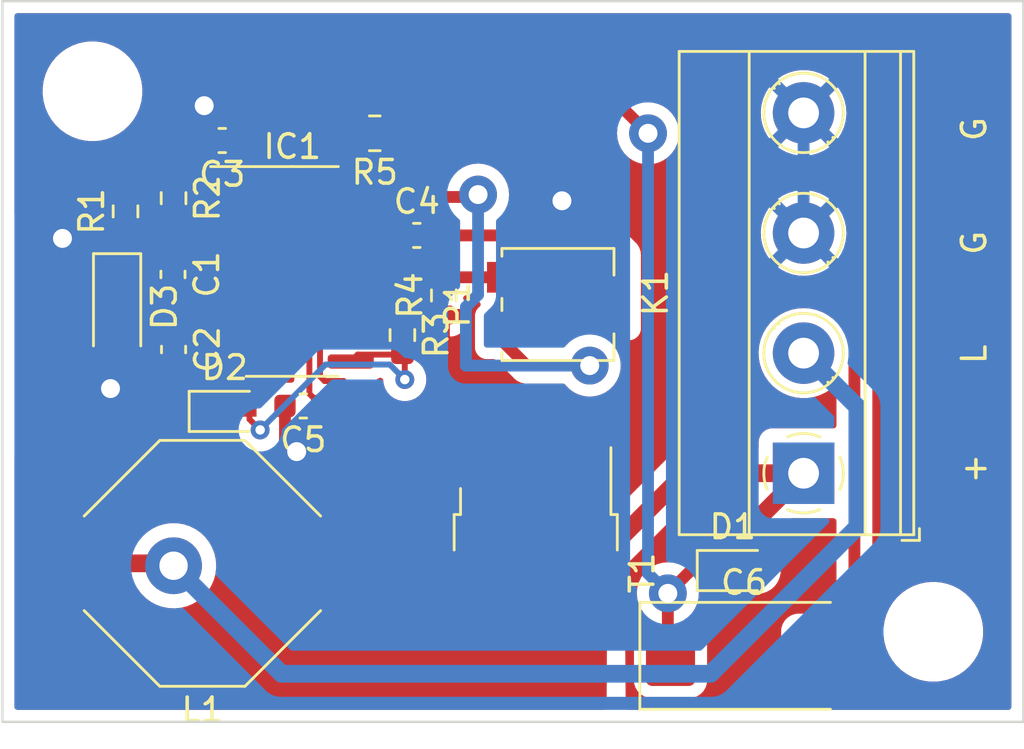
<source format=kicad_pcb>
(kicad_pcb (version 20211014) (generator pcbnew)
  (layers (0 "F.Cu" signal) (31 "B.Cu" signal) (34 "B.Paste" user) (35 "F.Paste" user) (36 "B.SilkS" user "B.Silkscreen") (37 "F.SilkS" user "F.Silkscreen") (38 "B.Mask" user) (39 "F.Mask" user) (44 "Edge.Cuts" user))
  (net 0 "")
  (net 1 "GND")
  (net 2 "Net-(C2-Pad1)")
  (net 3 "Net-(C3-Pad1)")
  (net 4 "Net-(C4-Pad1)")
  (net 5 "Net-(C6-Pad1)")
  (net 6 "Net-(D1-Pad2)")
  (net 7 "Net-(D2-Pad1)")
  (net 8 "Net-(D2-Pad2)")
  (net 9 "Net-(R1-Pad2)")
  (net 10 "Net-(T1-Pad1)")
  (net 11 "Net-(K1-Pad2)")
  (net 12 "Net-(L1-Pad1)")
  (net 13 "Net-(R4-Pad2)")
  (net 14 "Net-(C5-Pad1)")
  (net 15 "Posrail")
  (footprint "Inductor_SMD:L_Bourns-SRU1028_10.0x10.0mm" (layer "F.Cu") (at 187.5282 75.8444 180)
    (fp_text reference "L1" (at 0 -6.2) (layer "F.SilkS"))
    (fp_text value "3uh")
    (fp_line (start -1.8 -5.2) (end 1.8 -5.2) (layer "F.SilkS") (width 0.12))
    (fp_line (start -1.8 -5.2) (end -5 -2) (layer "F.SilkS") (width 0.12))
    (fp_line (start -1.8 5.2) (end -5 2) (layer "F.SilkS") (width 0.12))
    (fp_line (start 1.8 -5.2) (end 5 -2) (layer "F.SilkS") (width 0.12))
    (fp_line (start 1.8 5.2) (end -1.8 5.2) (layer "F.SilkS") (width 0.12))
    (fp_line (start 1.8 5.2) (end 5 2) (layer "F.SilkS") (width 0.12))
    (pad "1" smd rect (at -4.5 0 180) (size 1.8 3.6) (layers "F.Cu" "F.Paste" "F.Mask") (net 12 "Net-(L1-Pad1)"))
    (pad "2" smd rect (at 4.5 0 180) (size 1.8 3.6) (layers "F.Cu" "F.Paste" "F.Mask") (net 11 "Net-(K1-Pad2)"))
  )
  (footprint "Capacitor_SMD:C_0603_1608Metric" (layer "F.Cu") (at 188.3664 57.9628 180)
    (fp_text reference "C3" (at 0 -1.43) (layer "F.SilkS"))
    (fp_text value "10nf")
    (fp_line (start -0.14058 0.51) (end 0.14058 0.51) (layer "F.SilkS") (width 0.12))
    (fp_line (start -0.14058 -0.51) (end 0.14058 -0.51) (layer "F.SilkS") (width 0.12))
    (pad "1" smd roundrect (at -0.775 0 180) (size 0.9 0.95) (layers "F.Cu" "F.Paste" "F.Mask") (net 3 "Net-(C3-Pad1)"))
    (pad "2" smd roundrect (at 0.775 0 180) (size 0.9 0.95) (layers "F.Cu" "F.Paste" "F.Mask") (net 1 "GND"))
  )
  (footprint "Resistor_SMD:R_0603_1608Metric" (layer "F.Cu") (at 195.9864 66.1924 -90)
    (fp_text reference "R3" (at 0 -1.43 90) (layer "F.SilkS"))
    (fp_text value "470K")
    (fp_line (start -0.237258 0.5225) (end 0.237258 0.5225) (layer "F.SilkS") (width 0.12))
    (fp_line (start -0.237258 -0.5225) (end 0.237258 -0.5225) (layer "F.SilkS") (width 0.12))
    (pad "1" smd roundrect (at -0.825 0 270) (size 0.8 0.95) (layers "F.Cu" "F.Paste" "F.Mask") (net 15 "Posrail"))
    (pad "2" smd roundrect (at 0.825 0 270) (size 0.8 0.95) (layers "F.Cu" "F.Paste" "F.Mask") (net 8 "Net-(D2-Pad2)"))
  )
  (footprint "MountingHole:MountingHole_3.2mm_M3" (layer "F.Cu") (at 182.88 55.88)
    (fp_text reference "REF**" hide)
    (fp_text value "MountingHole_3.2mm_M3" hide)
    (pad "" np_thru_hole circle (at 0 0) (size 3.2 3.2) (drill 3.2) (layers *.Cu *.Mask))
  )
  (footprint "Potentiometer_SMD:Potentiometer_Bourns_3314J_Vertical" (layer "F.Cu") (at 202.565 64.897 90)
    (fp_text reference "P1" (at 0 -4.25 90) (layer "F.SilkS"))
    (fp_text value "1M")
    (fp_line (start -2.37 -2.37) (end -2.039 -2.37) (layer "F.SilkS") (width 0.12))
    (fp_line (start -2.37 -2.37) (end -2.37 2.37) (layer "F.SilkS") (width 0.12))
    (fp_line (start 2.04 -2.37) (end 2.37 -2.37) (layer "F.SilkS") (width 0.12))
    (fp_line (start 1.24 2.37) (end 2.37 2.37) (layer "F.SilkS") (width 0.12))
    (fp_line (start 2.37 -2.37) (end 2.37 2.37) (layer "F.SilkS") (width 0.12))
    (fp_line (start -2.37 2.37) (end -1.24 2.37) (layer "F.SilkS") (width 0.12))
    (fp_line (start -0.259 -2.37) (end 0.26 -2.37) (layer "F.SilkS") (width 0.12))
    (pad "1" smd rect (at 1.15 -2 90) (size 1.3 2) (layers "F.Cu" "F.Paste" "F.Mask") (net 13 "Net-(R4-Pad2)"))
    (pad "2" smd rect (at 0 2 90) (size 2 2) (layers "F.Cu" "F.Paste" "F.Mask") (net 13 "Net-(R4-Pad2)"))
    (pad "3" smd rect (at -1.15 -2 90) (size 1.3 2) (layers "F.Cu" "F.Paste" "F.Mask") (net 4 "Net-(C4-Pad1)"))
  )
  (footprint "Diode_SMD:D_SOD-323" (layer "F.Cu") (at 188.468 69.4182)
    (fp_text reference "D2" (at 0 -1.85) (layer "F.SilkS"))
    (fp_text value "1N4148")
    (fp_line (start -1.5 -0.85) (end 1.05 -0.85) (layer "F.SilkS") (width 0.12))
    (fp_line (start -1.5 -0.85) (end -1.5 0.85) (layer "F.SilkS") (width 0.12))
    (fp_line (start -1.5 0.85) (end 1.05 0.85) (layer "F.SilkS") (width 0.12))
    (pad "1" smd rect (at -1.05 0) (size 0.6 0.45) (layers "F.Cu" "F.Paste" "F.Mask") (net 7 "Net-(D2-Pad1)"))
    (pad "2" smd rect (at 1.05 0) (size 0.6 0.45) (layers "F.Cu" "F.Paste" "F.Mask") (net 8 "Net-(D2-Pad2)"))
  )
  (footprint "Capacitor_Tantalum_SMD:CP_EIA-7343-31_Kemet-D" (layer "F.Cu") (at 210.439 79.756)
    (fp_text reference "C6" (at 0 -3.1) (layer "F.SilkS"))
    (fp_text value "100uf 25v")
    (fp_line (start -4.41 -2.26) (end -4.41 2.26) (layer "F.SilkS") (width 0.12))
    (fp_line (start -4.41 2.26) (end 3.65 2.26) (layer "F.SilkS") (width 0.12))
    (fp_line (start 3.65 -2.26) (end -4.41 -2.26) (layer "F.SilkS") (width 0.12))
    (pad "1" smd roundrect (at -3.1125 0) (size 2.075 2.55) (layers "F.Cu" "F.Paste" "F.Mask") (roundrect_rratio 0.120482) (net 5 "Net-(C6-Pad1)"))
    (pad "2" smd roundrect (at 3.1125 0) (size 2.075 2.55) (layers "F.Cu" "F.Paste" "F.Mask") (roundrect_rratio 0.120482) (net 1 "GND"))
  )
  (footprint "Package_TO_SOT_SMD:TO-252-3_TabPin2" (layer "F.Cu") (at 201.6252 76.2508 -90)
    (fp_text reference "T1" (at 0 -4.5 90) (layer "F.SilkS"))
    (fp_text value "MCU80N03A")
    (fp_line (start -2.47 -3.45) (end -2.47 -3.18) (layer "F.SilkS") (width 0.12))
    (fp_line (start -2.47 3.45) (end -2.47 3.18) (layer "F.SilkS") (width 0.12))
    (fp_line (start -2.47 -3.18) (end -5.3 -3.18) (layer "F.SilkS") (width 0.12))
    (fp_line (start -0.97 -3.45) (end -2.47 -3.45) (layer "F.SilkS") (width 0.12))
    (fp_line (start -2.47 3.18) (end -3.57 3.18) (layer "F.SilkS") (width 0.12))
    (fp_line (start -0.97 3.45) (end -2.47 3.45) (layer "F.SilkS") (width 0.12))
    (pad "1" smd rect (at -4.2 -2.28 270) (size 2.2 1.2) (layers "F.Cu" "F.Paste" "F.Mask") (net 10 "Net-(T1-Pad1)"))
    (pad "2" smd rect (at -4.2 0 270) (size 2.2 1.2) (layers "F.Cu" "F.Paste" "F.Mask") (net 6 "Net-(D1-Pad2)"))
    (pad "2" smd rect (at 2.1 0 270) (size 6.4 5.8) (layers "F.Cu" "F.Mask") (net 6 "Net-(D1-Pad2)"))
    (pad "3" smd rect (at -4.2 2.28 270) (size 2.2 1.2) (layers "F.Cu" "F.Paste" "F.Mask") (net 12 "Net-(L1-Pad1)"))
  )
  (footprint "Capacitor_SMD:C_0603_1608Metric" (layer "F.Cu") (at 186.309 66.802 -90)
    (fp_text reference "C2" (at 0 -1.43 90) (layer "F.SilkS"))
    (fp_text value "6.8nf")
    (fp_line (start -0.14058 -0.51) (end 0.14058 -0.51) (layer "F.SilkS") (width 0.12))
    (fp_line (start -0.14058 0.51) (end 0.14058 0.51) (layer "F.SilkS") (width 0.12))
    (pad "1" smd roundrect (at -0.775 0 270) (size 0.9 0.95) (layers "F.Cu" "F.Paste" "F.Mask") (net 2 "Net-(C2-Pad1)"))
    (pad "2" smd roundrect (at 0.775 0 270) (size 0.9 0.95) (layers "F.Cu" "F.Paste" "F.Mask") (net 1 "GND"))
  )
  (footprint "Resistor_SMD:R_0603_1608Metric" (layer "F.Cu") (at 186.309 60.4012 -90)
    (fp_text reference "R2" (at 0 -1.43 90) (layer "F.SilkS"))
    (fp_text value "47K")
    (fp_line (start -0.237258 -0.5225) (end 0.237258 -0.5225) (layer "F.SilkS") (width 0.12))
    (fp_line (start -0.237258 0.5225) (end 0.237258 0.5225) (layer "F.SilkS") (width 0.12))
    (pad "1" smd roundrect (at -0.825 0 270) (size 0.8 0.95) (layers "F.Cu" "F.Paste" "F.Mask") (net 9 "Net-(R1-Pad2)"))
    (pad "2" smd roundrect (at 0.825 0 270) (size 0.8 0.95) (layers "F.Cu" "F.Paste" "F.Mask") (net 2 "Net-(C2-Pad1)"))
  )
  (footprint "Capacitor_SMD:C_0603_1608Metric" (layer "F.Cu") (at 186.2836 63.627 -90)
    (fp_text reference "C1" (at 0 -1.43 90) (layer "F.SilkS"))
    (fp_text value "10nf")
    (fp_line (start -0.14058 -0.51) (end 0.14058 -0.51) (layer "F.SilkS") (width 0.12))
    (fp_line (start -0.14058 0.51) (end 0.14058 0.51) (layer "F.SilkS") (width 0.12))
    (pad "1" smd roundrect (at -0.775 0 270) (size 0.9 0.95) (layers "F.Cu" "F.Paste" "F.Mask") (net 15 "Posrail"))
    (pad "2" smd roundrect (at 0.775 0 270) (size 0.9 0.95) (layers "F.Cu" "F.Paste" "F.Mask") (net 1 "GND"))
  )
  (footprint "Capacitor_SMD:C_0603_1608Metric" (layer "F.Cu") (at 191.7954 69.1896 180)
    (fp_text reference "C5" (at 0 -1.43) (layer "F.SilkS"))
    (fp_text value "10nf")
    (fp_line (start -0.14058 0.51) (end 0.14058 0.51) (layer "F.SilkS") (width 0.12))
    (fp_line (start -0.14058 -0.51) (end 0.14058 -0.51) (layer "F.SilkS") (width 0.12))
    (pad "1" smd roundrect (at -0.775 0 180) (size 0.9 0.95) (layers "F.Cu" "F.Paste" "F.Mask") (net 14 "Net-(C5-Pad1)"))
    (pad "2" smd roundrect (at 0.775 0 180) (size 0.9 0.95) (layers "F.Cu" "F.Paste" "F.Mask") (net 1 "GND"))
  )
  (footprint "Resistor_SMD:R_0805_2012Metric" (layer "F.Cu") (at 194.818 57.658 180)
    (fp_text reference "R5" (at 0 -1.65) (layer "F.SilkS"))
    (fp_text value "100")
    (fp_line (start -0.227064 -0.735) (end 0.227064 -0.735) (layer "F.SilkS") (width 0.12))
    (fp_line (start -0.227064 0.735) (end 0.227064 0.735) (layer "F.SilkS") (width 0.12))
    (pad "1" smd roundrect (at -0.9125 0 180) (size 1.025 1.4) (layers "F.Cu" "F.Paste" "F.Mask") (roundrect_rratio 0.243902) (net 15 "Posrail"))
    (pad "2" smd roundrect (at 0.9125 0 180) (size 1.025 1.4) (layers "F.Cu" "F.Paste" "F.Mask") (roundrect_rratio 0.243902) (net 5 "Net-(C6-Pad1)"))
  )
  (footprint "Package_SO:SOIC-14_3.9x8.7mm_P1.27mm" (layer "F.Cu") (at 191.327 63.5)
    (fp_text reference "IC1" (at 0 -5.28) (layer "F.SilkS"))
    (fp_text value "NE556")
    (fp_line (start 0 4.435) (end -1.95 4.435) (layer "F.SilkS") (width 0.12))
    (fp_line (start 0 -4.435) (end 1.95 -4.435) (layer "F.SilkS") (width 0.12))
    (fp_line (start 0 -4.435) (end -3.45 -4.435) (layer "F.SilkS") (width 0.12))
    (fp_line (start 0 4.435) (end 1.95 4.435) (layer "F.SilkS") (width 0.12))
    (pad "1" smd roundrect (at -2.475 -3.81) (size 1.95 0.6) (layers "F.Cu" "F.Paste" "F.Mask") (net 9 "Net-(R1-Pad2)"))
    (pad "2" smd roundrect (at -2.475 -2.54) (size 1.95 0.6) (layers "F.Cu" "F.Paste" "F.Mask") (net 2 "Net-(C2-Pad1)"))
    (pad "3" smd roundrect (at -2.475 -1.27) (size 1.95 0.6) (layers "F.Cu" "F.Paste" "F.Mask") (net 3 "Net-(C3-Pad1)"))
    (pad "4" smd roundrect (at -2.475 0) (size 1.95 0.6) (layers "F.Cu" "F.Paste" "F.Mask") (net 15 "Posrail"))
    (pad "5" smd roundrect (at -2.475 1.27) (size 1.95 0.6) (layers "F.Cu" "F.Paste" "F.Mask") (net 7 "Net-(D2-Pad1)"))
    (pad "6" smd roundrect (at -2.475 2.54) (size 1.95 0.6) (layers "F.Cu" "F.Paste" "F.Mask") (net 2 "Net-(C2-Pad1)"))
    (pad "7" smd roundrect (at -2.475 3.81) (size 1.95 0.6) (layers "F.Cu" "F.Paste" "F.Mask") (net 1 "GND"))
    (pad "8" smd roundrect (at 2.475 3.81) (size 1.95 0.6) (layers "F.Cu" "F.Paste" "F.Mask") (net 8 "Net-(D2-Pad2)"))
    (pad "9" smd roundrect (at 2.475 2.54) (size 1.95 0.6) (layers "F.Cu" "F.Paste" "F.Mask") (net 10 "Net-(T1-Pad1)"))
    (pad "10" smd roundrect (at 2.475 1.27) (size 1.95 0.6) (layers "F.Cu" "F.Paste" "F.Mask") (net 15 "Posrail"))
    (pad "11" smd roundrect (at 2.475 0) (size 1.95 0.6) (layers "F.Cu" "F.Paste" "F.Mask") (net 14 "Net-(C5-Pad1)"))
    (pad "12" smd roundrect (at 2.475 -1.27) (size 1.95 0.6) (layers "F.Cu" "F.Paste" "F.Mask") (net 4 "Net-(C4-Pad1)"))
    (pad "13" smd roundrect (at 2.475 -2.54) (size 1.95 0.6) (layers "F.Cu" "F.Paste" "F.Mask") (net 4 "Net-(C4-Pad1)"))
    (pad "14" smd roundrect (at 2.475 -3.81) (size 1.95 0.6) (layers "F.Cu" "F.Paste" "F.Mask") (net 5 "Net-(C6-Pad1)"))
  )
  (footprint "MountingHole:MountingHole_3.2mm_M3" (layer "F.Cu") (at 218.44 78.74)
    (fp_text reference "REF**" hide)
    (fp_text value "MountingHole_3.2mm_M3" hide)
    (pad "" np_thru_hole circle (at 0 0) (size 3.2 3.2) (drill 3.2) (layers *.Cu *.Mask))
  )
  (footprint "Diode_SMD:D_SOD-123" (layer "F.Cu") (at 183.9214 64.9986 -90)
    (fp_text reference "D3" (at 0 -2 90) (layer "F.SilkS"))
    (fp_text value "15V")
    (fp_line (start -2.25 1) (end 1.65 1) (layer "F.SilkS") (width 0.12))
    (fp_line (start -2.25 -1) (end -2.25 1) (layer "F.SilkS") (width 0.12))
    (fp_line (start -2.25 -1) (end 1.65 -1) (layer "F.SilkS") (width 0.12))
    (pad "1" smd rect (at -1.65 0 270) (size 0.9 1.2) (layers "F.Cu" "F.Paste" "F.Mask") (net 15 "Posrail"))
    (pad "2" smd rect (at 1.65 0 270) (size 0.9 1.2) (layers "F.Cu" "F.Paste" "F.Mask") (net 1 "GND"))
  )
  (footprint "Resistor_SMD:R_0603_1608Metric" (layer "F.Cu") (at 184.277 60.96 90)
    (fp_text reference "R1" (at 0 -1.43 90) (layer "F.SilkS"))
    (fp_text value "1M")
    (fp_line (start -0.237258 -0.5225) (end 0.237258 -0.5225) (layer "F.SilkS") (width 0.12))
    (fp_line (start -0.237258 0.5225) (end 0.237258 0.5225) (layer "F.SilkS") (width 0.12))
    (pad "1" smd roundrect (at -0.825 0 90) (size 0.8 0.95) (layers "F.Cu" "F.Paste" "F.Mask") (net 15 "Posrail"))
    (pad "2" smd roundrect (at 0.825 0 90) (size 0.8 0.95) (layers "F.Cu" "F.Paste" "F.Mask") (net 9 "Net-(R1-Pad2)"))
  )
  (footprint "TerminalBlock_Phoenix:TerminalBlock_Phoenix_MKDS-1,5-4-5.08_1x04_P5.08mm_Horizontal" (layer "F.Cu") (at 212.9536 72.0344 90)
    (fp_text reference "K1" (at 7.62 -6.26 90) (layer "F.SilkS"))
    (fp_text value "+     L     G     G" (at 7.3152 7.2136 90) (layer "F.SilkS"))
    (fp_line (start 16.515 -1.069) (end 16.468 -1.023) (layer "F.SilkS") (width 0.12))
    (fp_line (start -2.6 -5.261) (end 17.84 -5.261) (layer "F.SilkS") (width 0.12))
    (fp_line (start -2.6 -5.261) (end -2.6 4.66) (layer "F.SilkS") (width 0.12))
    (fp_line (start -2.6 4.1) (end 17.84 4.1) (layer "F.SilkS") (width 0.12))
    (fp_line (start 14.206 1.239) (end 14.171 1.274) (layer "F.SilkS") (width 0.12))
    (fp_line (start 9.126 1.239) (end 9.091 1.274) (layer "F.SilkS") (width 0.12))
    (fp_line (start 6.355 -1.069) (end 6.308 -1.023) (layer "F.SilkS") (width 0.12))
    (fp_line (start 8.933 1.023) (end 8.886 1.069) (layer "F.SilkS") (width 0.12))
    (fp_line (start 3.853 1.023) (end 3.806 1.069) (layer "F.SilkS") (width 0.12))
    (fp_line (start -2.6 -2.301) (end 17.84 -2.301) (layer "F.SilkS") (width 0.12))
    (fp_line (start -2.84 4.9) (end -2.34 4.9) (layer "F.SilkS") (width 0.12))
    (fp_line (start 11.23 -1.275) (end 11.195 -1.239) (layer "F.SilkS") (width 0.12))
    (fp_line (start 6.15 -1.275) (end 6.115 -1.239) (layer "F.SilkS") (width 0.12))
    (fp_line (start -2.6 4.66) (end 17.84 4.66) (layer "F.SilkS") (width 0.12))
    (fp_line (start 17.84 -5.261) (end 17.84 4.66) (layer "F.SilkS") (width 0.12))
    (fp_line (start -2.6 2.6) (end 17.84 2.6) (layer "F.SilkS") (width 0.12))
    (fp_line (start -2.84 4.16) (end -2.84 4.9) (layer "F.SilkS") (width 0.12))
    (fp_line (start 16.31 -1.275) (end 16.275 -1.239) (layer "F.SilkS") (width 0.12))
    (fp_line (start 4.046 1.239) (end 4.011 1.274) (layer "F.SilkS") (width 0.12))
    (fp_line (start 14.013 1.023) (end 13.966 1.069) (layer "F.SilkS") (width 0.12))
    (fp_line (start 11.435 -1.069) (end 11.388 -1.023) (layer "F.SilkS") (width 0.12))
    (fp_arc (start 0.028805 1.680253) (mid -0.335551 1.646659) (end -0.684 1.535) (layer "F.SilkS") (width 0.12))
    (fp_arc (start 1.535427 -0.683042) (mid 1.680501 0.000524) (end 1.535 0.684) (layer "F.SilkS") (width 0.12))
    (fp_arc (start 0.683318 1.534756) (mid 0.349292 1.643288) (end 0 1.68) (layer "F.SilkS") (width 0.12))
    (fp_arc (start -1.535427 0.683042) (mid -1.680501 -0.000524) (end -1.535 -0.684) (layer "F.SilkS") (width 0.12))
    (fp_arc (start -0.683042 -1.535427) (mid 0.000524 -1.680501) (end 0.684 -1.535) (layer "F.SilkS") (width 0.12))
    (fp_circle (center 5.08 0) (end 6.76 0) (layer "F.SilkS") (width 0.12) (fill none))
    (fp_circle (center 10.16 0) (end 11.84 0) (layer "F.SilkS") (width 0.12) (fill none))
    (fp_circle (center 15.24 0) (end 16.92 0) (layer "F.SilkS") (width 0.12) (fill none))
    (pad "1" thru_hole rect (at 0 0 90) (size 2.6 2.6) (drill 1.3) (layers *.Cu *.Mask) (net 6 "Net-(D1-Pad2)"))
    (pad "2" thru_hole circle (at 5.08 0 90) (size 2.6 2.6) (drill 1.3) (layers *.Cu *.Mask) (net 11 "Net-(K1-Pad2)"))
    (pad "3" thru_hole circle (at 10.16 0 90) (size 2.6 2.6) (drill 1.3) (layers *.Cu *.Mask) (net 1 "GND"))
    (pad "4" thru_hole circle (at 15.24 0 90) (size 2.6 2.6) (drill 1.3) (layers *.Cu *.Mask) (net 1 "GND"))
  )
  (footprint "Resistor_SMD:R_0603_1608Metric" (layer "F.Cu") (at 197.739 64.516 90)
    (fp_text reference "R4" (at 0 -1.43 90) (layer "F.SilkS"))
    (fp_text value "12K")
    (fp_line (start -0.237258 0.5225) (end 0.237258 0.5225) (layer "F.SilkS") (width 0.12))
    (fp_line (start -0.237258 -0.5225) (end 0.237258 -0.5225) (layer "F.SilkS") (width 0.12))
    (pad "1" smd roundrect (at -0.825 0 90) (size 0.8 0.95) (layers "F.Cu" "F.Paste" "F.Mask") (net 15 "Posrail"))
    (pad "2" smd roundrect (at 0.825 0 90) (size 0.8 0.95) (layers "F.Cu" "F.Paste" "F.Mask") (net 13 "Net-(R4-Pad2)"))
  )
  (footprint "Diode_SMD:D_SOD-323" (layer "F.Cu") (at 209.9564 76.1492)
    (fp_text reference "D1" (at 0 -1.85) (layer "F.SilkS"))
    (fp_text value "1N4148")
    (fp_line (start -1.5 -0.85) (end 1.05 -0.85) (layer "F.SilkS") (width 0.12))
    (fp_line (start -1.5 -0.85) (end -1.5 0.85) (layer "F.SilkS") (width 0.12))
    (fp_line (start -1.5 0.85) (end 1.05 0.85) (layer "F.SilkS") (width 0.12))
    (pad "1" smd rect (at -1.05 0) (size 0.6 0.45) (layers "F.Cu" "F.Paste" "F.Mask") (net 5 "Net-(C6-Pad1)"))
    (pad "2" smd rect (at 1.05 0) (size 0.6 0.45) (layers "F.Cu" "F.Paste" "F.Mask") (net 6 "Net-(D1-Pad2)"))
  )
  (footprint "Capacitor_SMD:C_0603_1608Metric" (layer "F.Cu") (at 196.596 61.976)
    (fp_text reference "C4" (at 0 -1.43) (layer "F.SilkS"))
    (fp_text value "6.8nf")
    (fp_line (start -0.14058 0.51) (end 0.14058 0.51) (layer "F.SilkS") (width 0.12))
    (fp_line (start -0.14058 -0.51) (end 0.14058 -0.51) (layer "F.SilkS") (width 0.12))
    (pad "1" smd roundrect (at -0.775 0) (size 0.9 0.95) (layers "F.Cu" "F.Paste" "F.Mask") (net 4 "Net-(C4-Pad1)"))
    (pad "2" smd roundrect (at 0.775 0) (size 0.9 0.95) (layers "F.Cu" "F.Paste" "F.Mask") (net 1 "GND"))
  )
  (gr_rect (start 222.25 82.55) (end 179.07 52.07) (layer "Edge.Cuts") (width 0.1) (fill none))
  (segment (start 184.518 67.577) (end 183.642 68.453) (width 0.5) (layer "F.Cu") (net 1))
  (segment (start 200.313886 61.976) (end 197.371 61.976) (width 0.5) (layer "F.Cu") (net 1))
  (segment (start 184.8498 67.577) (end 184.518 67.577) (width 0.5) (layer "F.Cu") (net 1))
  (segment (start 181.61 63.386222) (end 182.671889 64.448111) (width 0.5) (layer "F.Cu") (net 1))
  (segment (start 201.778134 60.511752) (end 200.313886 61.976) (width 0.5) (layer "F.Cu") (net 1))
  (segment (start 181.61 62.103) (end 181.61 63.386222) (width 0.5) (layer "F.Cu") (net 1))
  (segment (start 202.733848 60.511752) (end 201.778134 60.511752) (width 0.5) (layer "F.Cu") (net 1))
  (segment (start 184.8498 67.577) (end 186.309 67.577) (width 0.5) (layer "F.Cu") (net 1))
  (segment (start 215.103111 64.023911) (end 212.9536 61.8744) (width 0.5) (layer "F.Cu") (net 1))
  (segment (start 182.671889 64.448111) (end 186.237489 64.448111) (width 0.5) (layer "F.Cu") (net 1))
  (segment (start 213.5515 79.756) (end 215.103111 78.204389) (width 0.5) (layer "F.Cu") (net 1))
  (segment (start 186.237489 64.448111) (end 186.2836 64.402) (width 0.5) (layer "F.Cu") (net 1))
  (segment (start 191.0204 70.6244) (end 191.516 71.12) (width 0.5) (layer "F.Cu") (net 1))
  (segment (start 191.0204 69.1896) (end 191.0204 70.6244) (width 0.5) (layer "F.Cu") (net 1))
  (segment (start 183.9214 66.6486) (end 184.8498 67.577) (width 0.5) (layer "F.Cu") (net 1))
  (segment (start 187.5914 57.9628) (end 187.5914 56.5026) (width 0.5) (layer "F.Cu") (net 1))
  (segment (start 188.585 67.577) (end 188.852 67.31) (width 0.5) (layer "F.Cu") (net 1))
  (segment (start 186.309 67.577) (end 188.585 67.577) (width 0.5) (layer "F.Cu") (net 1))
  (segment (start 187.5914 56.5026) (end 187.6044 56.4896) (width 0.5) (layer "F.Cu") (net 1))
  (segment (start 215.103111 78.204389) (end 215.103111 64.023911) (width 0.5) (layer "F.Cu") (net 1))
  (via (at 191.516 71.12) (size 1.6) (drill 0.8) (layers "F.Cu" "B.Cu") (net 1))
  (via (at 181.61 62.103) (size 1.6) (drill 0.8) (layers "F.Cu" "B.Cu") (net 1))
  (via (at 187.6044 56.4896) (size 1.6) (drill 0.8) (layers "F.Cu" "B.Cu") (net 1))
  (via (at 183.642 68.453) (size 1.6) (drill 0.8) (layers "F.Cu" "B.Cu") (net 1))
  (via (at 202.733848 60.511752) (size 1.6) (drill 0.8) (layers "F.Cu" "B.Cu") (net 1))
  (segment (start 212.9536 61.8744) (end 212.9536 56.7944) (width 0.5) (layer "B.Cu") (net 1))
  (segment (start 183.785697 60.86048) (end 185.94328 60.86048) (width 0.25) (layer "F.Cu") (net 2))
  (segment (start 180.086 61.753857) (end 181.260857 60.579) (width 0.25) (layer "F.Cu") (net 2))
  (segment (start 182.351072 65.22263) (end 180.086 62.957558) (width 0.25) (layer "F.Cu") (net 2))
  (segment (start 188.852 60.96) (end 186.5752 60.96) (width 0.25) (layer "F.Cu") (net 2))
  (segment (start 185.94328 60.86048) (end 186.309 61.2262) (width 0.25) (layer "F.Cu") (net 2))
  (segment (start 180.086 62.957558) (end 180.086 61.753857) (width 0.25) (layer "F.Cu") (net 2))
  (segment (start 186.322 66.04) (end 186.309 66.027) (width 0.25) (layer "F.Cu") (net 2))
  (segment (start 183.504217 60.579) (end 183.785697 60.86048) (width 0.25) (layer "F.Cu") (net 2))
  (segment (start 186.309 66.027) (end 185.504631 65.222631) (width 0.25) (layer "F.Cu") (net 2))
  (segment (start 188.852 66.04) (end 186.322 66.04) (width 0.25) (layer "F.Cu") (net 2))
  (segment (start 185.504631 65.222631) (end 182.351072 65.22263) (width 0.25) (layer "F.Cu") (net 2))
  (segment (start 186.5752 60.96) (end 186.309 61.2262) (width 0.25) (layer "F.Cu") (net 2))
  (segment (start 181.260857 60.579) (end 183.504217 60.579) (width 0.25) (layer "F.Cu") (net 2))
  (segment (start 190.1952 61.262872) (end 189.228072 62.23) (width 0.25) (layer "F.Cu") (net 3))
  (segment (start 189.1414 57.9628) (end 190.1952 59.0166) (width 0.25) (layer "F.Cu") (net 3))
  (segment (start 190.1952 59.0166) (end 190.1952 61.262872) (width 0.25) (layer "F.Cu") (net 3))
  (segment (start 189.228072 62.23) (end 188.852 62.23) (width 0.25) (layer "F.Cu") (net 3))
  (segment (start 199.1868 60.3504) (end 199.1868 60.2488) (width 0.5) (layer "F.Cu") (net 4))
  (segment (start 195.821 61.976) (end 195.821 61.814242) (width 0.5) (layer "F.Cu") (net 4))
  (segment (start 197.284842 60.3504) (end 199.1868 60.3504) (width 0.5) (layer "F.Cu") (net 4))
  (segment (start 193.802 62.23) (end 195.567 62.23) (width 0.5) (layer "F.Cu") (net 4))
  (segment (start 201.249898 67.481898) (end 199.815 66.047) (width 0.5) (layer "F.Cu") (net 4))
  (segment (start 203.909026 67.481898) (end 201.249898 67.481898) (width 0.5) (layer "F.Cu") (net 4))
  (segment (start 195.821 61.814242) (end 197.284842 60.3504) (width 0.5) (layer "F.Cu") (net 4))
  (segment (start 193.802 62.23) (end 193.802 60.96) (width 0.5) (layer "F.Cu") (net 4))
  (segment (start 195.567 62.23) (end 195.821 61.976) (width 0.5) (layer "F.Cu") (net 4))
  (via (at 203.909026 67.481898) (size 1.6) (drill 0.8) (layers "F.Cu" "B.Cu") (net 4))
  (via (at 199.1868 60.2488) (size 1.6) (drill 0.8) (layers "F.Cu" "B.Cu") (net 4))
  (segment (start 199.1868 60.2488) (end 199.1868 64.487972) (width 0.5) (layer "B.Cu") (net 4))
  (segment (start 198.672898 65.001874) (end 198.672898 67.481898) (width 0.5) (layer "B.Cu") (net 4))
  (segment (start 198.672898 67.481898) (end 203.909026 67.481898) (width 0.5) (layer "B.Cu") (net 4))
  (segment (start 199.1868 64.487972) (end 198.672898 65.001874) (width 0.5) (layer "B.Cu") (net 4))
  (segment (start 208.9064 76.1492) (end 208.1784 76.1492) (width 0.5) (layer "F.Cu") (net 5))
  (segment (start 208.1784 76.1492) (end 207.2132 77.1144) (width 0.5) (layer "F.Cu") (net 5))
  (segment (start 193.802 57.7615) (end 193.9055 57.658) (width 0.5) (layer "F.Cu") (net 5))
  (segment (start 195.168287 56.2356) (end 204.9526 56.2356) (width 0.5) (layer "F.Cu") (net 5))
  (segment (start 207.2132 79.6427) (end 207.3265 79.756) (width 0.5) (layer "F.Cu") (net 5))
  (segment (start 193.9036 59.7916) (end 193.802 59.69) (width 0.5) (layer "F.Cu") (net 5))
  (segment (start 207.2132 77.1144) (end 207.2132 79.6427) (width 0.5) (layer "F.Cu") (net 5))
  (segment (start 193.9055 57.658) (end 193.9055 57.498387) (width 0.5) (layer "F.Cu") (net 5))
  (segment (start 193.9055 57.498387) (end 195.168287 56.2356) (width 0.5) (layer "F.Cu") (net 5))
  (segment (start 204.9526 56.2356) (end 206.375 57.658) (width 0.5) (layer "F.Cu") (net 5))
  (segment (start 193.802 59.69) (end 193.802 57.7615) (width 0.5) (layer "F.Cu") (net 5))
  (via (at 207.2132 77.1144) (size 1.6) (drill 0.8) (layers "F.Cu" "B.Cu") (net 5))
  (via (at 206.375 57.658) (size 1.6) (drill 0.8) (layers "F.Cu" "B.Cu") (net 5))
  (segment (start 206.375 76.2762) (end 207.2132 77.1144) (width 0.5) (layer "B.Cu") (net 5))
  (segment (start 206.375 57.658) (end 206.375 76.2762) (width 0.5) (layer "B.Cu") (net 5))
  (segment (start 201.6252 78.3508) (end 201.6252 72.0508) (width 0.75) (layer "F.Cu") (net 6))
  (segment (start 207.9416 72.0344) (end 212.9536 72.0344) (width 0.75) (layer "F.Cu") (net 6))
  (segment (start 201.6252 78.3508) (end 207.9416 72.0344) (width 0.75) (layer "F.Cu") (net 6))
  (segment (start 212.7006 71.7814) (end 212.9536 72.0344) (width 0.75) (layer "F.Cu") (net 6))
  (segment (start 211.0064 76.1492) (end 211.0064 73.9816) (width 0.75) (layer "F.Cu") (net 6))
  (segment (start 211.0064 73.9816) (end 212.9536 72.0344) (width 0.75) (layer "F.Cu") (net 6))
  (segment (start 189.815006 68.275909) (end 190.4492 67.641715) (width 0.25) (layer "F.Cu") (net 7))
  (segment (start 190.4492 67.641715) (end 190.4492 65.786) (width 0.25) (layer "F.Cu") (net 7))
  (segment (start 189.110291 68.275909) (end 189.815006 68.275909) (width 0.25) (layer "F.Cu") (net 7))
  (segment (start 190.4492 65.786) (end 189.3316 64.6684) (width 0.25) (layer "F.Cu") (net 7))
  (segment (start 187.968 69.4182) (end 189.110291 68.275909) (width 0.25) (layer "F.Cu") (net 7))
  (segment (start 188.9536 64.6684) (end 188.852 64.77) (width 0.25) (layer "F.Cu") (net 7))
  (segment (start 189.3316 64.6684) (end 188.9536 64.6684) (width 0.25) (layer "F.Cu") (net 7))
  (segment (start 187.418 69.4182) (end 187.968 69.4182) (width 0.25) (layer "F.Cu") (net 7))
  (segment (start 196.088 67.119) (end 195.9864 67.0174) (width 0.25) (layer "F.Cu") (net 8))
  (segment (start 194.0946 67.0174) (end 193.802 67.31) (width 0.25) (layer "F.Cu") (net 8))
  (segment (start 189.9709 70.203014) (end 189.518 69.750114) (width 0.25) (layer "F.Cu") (net 8))
  (segment (start 195.9864 67.0174) (end 194.0946 67.0174) (width 0.25) (layer "F.Cu") (net 8))
  (segment (start 196.088 68.072) (end 196.088 67.119) (width 0.25) (layer "F.Cu") (net 8))
  (segment (start 189.518 69.750114) (end 189.518 69.4182) (width 0.25) (layer "F.Cu") (net 8))
  (via (at 196.088 68.072) (size 0.8) (drill 0.4) (layers "F.Cu" "B.Cu") (net 8))
  (via (at 189.9709 70.203014) (size 0.8) (drill 0.4) (layers "F.Cu" "B.Cu") (net 8))
  (segment (start 195.453 67.437) (end 196.088 68.072) (width 0.25) (layer "B.Cu") (net 8))
  (segment (start 192.736914 67.437) (end 195.453 67.437) (width 0.25) (layer "B.Cu") (net 8))
  (segment (start 189.9709 70.203014) (end 192.736914 67.437) (width 0.25) (layer "B.Cu") (net 8))
  (segment (start 186.4228 59.69) (end 186.309 59.5762) (width 0.25) (layer "F.Cu") (net 9))
  (segment (start 188.852 59.69) (end 186.4228 59.69) (width 0.25) (layer "F.Cu") (net 9))
  (segment (start 184.8358 59.5762) (end 184.277 60.135) (width 0.25) (layer "F.Cu") (net 9))
  (segment (start 186.309 59.5762) (end 184.8358 59.5762) (width 0.25) (layer "F.Cu") (net 9))
  (segment (start 203.9052 71.5508) (end 202.4584 70.104) (width 0.25) (layer "F.Cu") (net 10))
  (segment (start 195.472 70.104) (end 193.50252 68.13452) (width 0.25) (layer "F.Cu") (net 10))
  (segment (start 202.4584 70.104) (end 195.472 70.104) (width 0.25) (layer "F.Cu") (net 10))
  (segment (start 192.786 66.04) (end 193.802 66.04) (width 0.25) (layer "F.Cu") (net 10))
  (segment (start 203.9052 72.0508) (end 203.9052 71.5508) (width 0.25) (layer "F.Cu") (net 10))
  (segment (start 193.50252 68.13452) (end 192.697605 68.13452) (width 0.25) (layer "F.Cu") (net 10))
  (segment (start 192.697605 68.13452) (end 192.50248 67.939395) (width 0.25) (layer "F.Cu") (net 10))
  (segment (start 192.50248 67.939395) (end 192.50248 66.32352) (width 0.25) (layer "F.Cu") (net 10))
  (segment (start 192.50248 66.32352) (end 192.786 66.04) (width 0.25) (layer "F.Cu") (net 10))
  (segment (start 186.2074 75.8444) (end 186.309 75.946) (width 0.75) (layer "F.Cu") (net 11))
  (segment (start 183.0282 75.8444) (end 186.2074 75.8444) (width 0.75) (layer "F.Cu") (net 11))
  (via (at 186.309 75.946) (size 2.4) (drill 1.2) (layers "F.Cu" "B.Cu") (net 11))
  (segment (start 209.022511 80.514511) (end 215.228111 74.308911) (width 0.75) (layer "B.Cu") (net 11))
  (segment (start 215.228111 69.228911) (end 212.9536 66.9544) (width 0.75) (layer "B.Cu") (net 11))
  (segment (start 190.877511 80.514511) (end 209.022511 80.514511) (width 0.75) (layer "B.Cu") (net 11))
  (segment (start 215.228111 74.308911) (end 215.228111 69.228911) (width 0.75) (layer "B.Cu") (net 11))
  (segment (start 186.309 75.946) (end 190.877511 80.514511) (width 0.75) (layer "B.Cu") (net 11))
  (segment (start 199.3452 72.0508) (end 195.8218 72.0508) (width 0.75) (layer "F.Cu") (net 12))
  (segment (start 195.8218 72.0508) (end 192.0282 75.8444) (width 0.75) (layer "F.Cu") (net 12))
  (segment (start 204.724 62.23) (end 201.332 62.23) (width 0.5) (layer "F.Cu") (net 13))
  (segment (start 199.815 63.747) (end 197.795 63.747) (width 0.5) (layer "F.Cu") (net 13))
  (segment (start 205.315 64.897) (end 205.315 62.821) (width 0.5) (layer "F.Cu") (net 13))
  (segment (start 205.315 62.821) (end 204.724 62.23) (width 0.5) (layer "F.Cu") (net 13))
  (segment (start 201.332 62.23) (end 199.815 63.747) (width 0.5) (layer "F.Cu") (net 13))
  (segment (start 197.795 63.747) (end 197.739 63.691) (width 0.5) (layer "F.Cu") (net 13))
  (segment (start 193.143085 63.5) (end 193.802 63.5) (width 0.25) (layer "F.Cu") (net 14))
  (segment (start 192.5704 69.1896) (end 192.05296 68.67216) (width 0.25) (layer "F.Cu") (net 14))
  (segment (start 192.05296 68.67216) (end 192.05296 64.590125) (width 0.25) (layer "F.Cu") (net 14))
  (segment (start 192.05296 64.590125) (end 193.143085 63.5) (width 0.25) (layer "F.Cu") (net 14))
  (segment (start 185.344 62.852) (end 186.2836 62.852) (width 0.5) (layer "F.Cu") (net 15))
  (segment (start 184.418 62.852) (end 186.2836 62.852) (width 0.5) (layer "F.Cu") (net 15))
  (segment (start 188.016308 63.5) (end 188.852 63.5) (width 0.5) (layer "F.Cu") (net 15))
  (segment (start 193.802 64.77) (end 195.389 64.77) (width 0.5) (layer "F.Cu") (net 15))
  (segment (start 195.9864 65.3674) (end 196.012802 65.3674) (width 0.5) (layer "F.Cu") (net 15))
  (segment (start 195.389 64.77) (end 195.9864 65.3674) (width 0.5) (layer "F.Cu") (net 15))
  (segment (start 187.368308 62.852) (end 188.016308 63.5) (width 0.5) (layer "F.Cu") (net 15))
  (segment (start 184.277 61.785) (end 185.344 62.852) (width 0.5) (layer "F.Cu") (net 15))
  (segment (start 183.9214 63.3486) (end 184.418 62.852) (width 0.5) (layer "F.Cu") (net 15))
  (segment (start 186.2836 62.852) (end 187.368308 62.852) (width 0.5) (layer "F.Cu") (net 15))
  (zone (net 6) (net_name "Net-(D1-Pad2)") (layer "F.Cu") (connect_pads yes (clearance 0.508)) (min_thickness 0.254) (fill yes (thermal_gap 0.508) (thermal_bridge_width 0.508))
    (polygon (pts (xy 204.6224 82.4992) (xy 179.0192 82.7024) (xy 179.0192 71.2216) (xy 204.6732 71.2216)))
  )
  (zone (net 15) (net_name "Posrail") (layer "F.Cu") (connect_pads (clearance 0.508)) (min_thickness 0.254) (fill yes (thermal_gap 0.508) (thermal_bridge_width 0.508))
    (polygon (pts (xy 222.25 82.55) (xy 205.4352 82.4992) (xy 205.3336 70.2056) (xy 178.9684 70.612) (xy 179.07 52.07) (xy 222.25 52.07)))
  )
  (zone (net 1) (net_name "GND") (layer "B.Cu") (connect_pads (clearance 0.508)) (min_thickness 0.254) (fill yes (thermal_gap 0.508) (thermal_bridge_width 0.508))
    (polygon (pts (xy 222.25 82.55) (xy 179.07 82.55) (xy 179.07 52.07) (xy 222.25 52.07)))
  )
)
</source>
